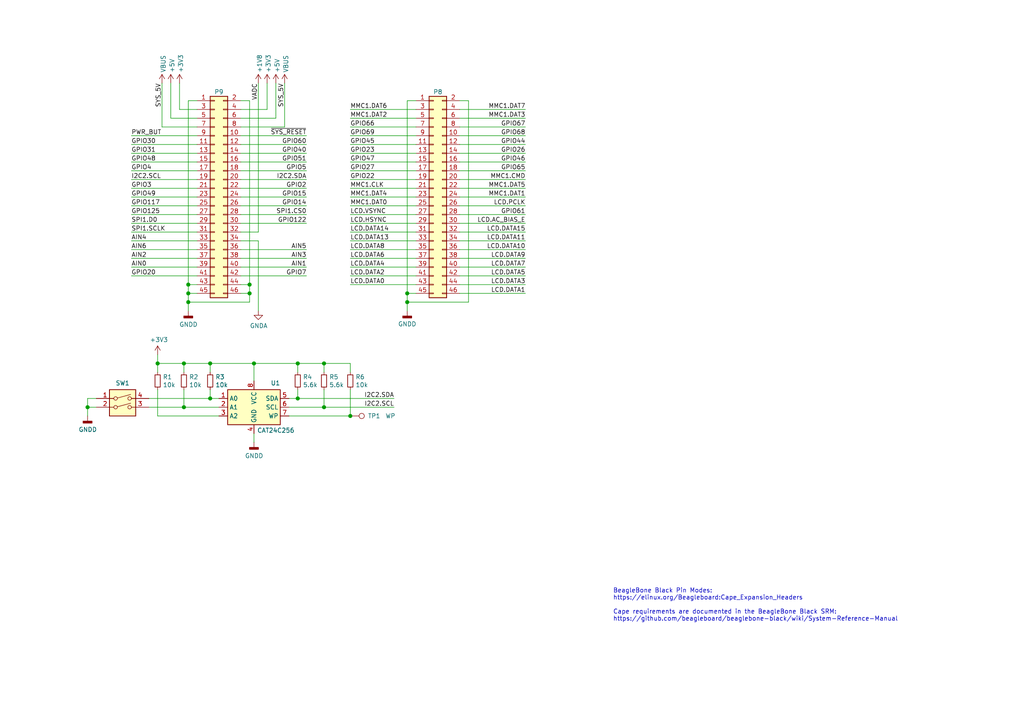
<source format=kicad_sch>
(kicad_sch (version 20221206) (generator eeschema)
  (paper "A4")
  (lib_symbols
    (symbol "Connector:TestPoint" (pin_numbers hide) (pin_names (offset 0.762) hide)
      (property "Reference" "TP" (at 0 6.858 0))
      (property "Value" "TestPoint" (at 0 5.08 0))
      (symbol "TestPoint_0_1"
        (circle (center 0 3.302) (radius 0.762))
      )
      (symbol "TestPoint_1_1"
        (pin passive line (at 0 0 90) (length 2.54) (name "1") (number "1"))
      )
    )
    (symbol "Connector_Generic:Conn_02x23_Odd_Even" (pin_names (offset 1.016) hide)
      (property "Reference" "J" (at 1.27 30.48 0))
      (property "Value" "Conn_02x23_Odd_Even" (at 1.27 -30.48 0))
      (symbol "Conn_02x23_Odd_Even_1_1"
        (rectangle (start -1.27 -27.813) (end 0 -28.067) (stroke (width 0.1524)))
        (rectangle (start -1.27 -25.273) (end 0 -25.527) (stroke (width 0.1524)))
        (rectangle (start -1.27 -22.733) (end 0 -22.987) (stroke (width 0.1524)))
        (rectangle (start -1.27 -20.193) (end 0 -20.447) (stroke (width 0.1524)))
        (rectangle (start -1.27 -17.653) (end 0 -17.907) (stroke (width 0.1524)))
        (rectangle (start -1.27 -15.113) (end 0 -15.367) (stroke (width 0.1524)))
        (rectangle (start -1.27 -12.573) (end 0 -12.827) (stroke (width 0.1524)))
        (rectangle (start -1.27 -10.033) (end 0 -10.287) (stroke (width 0.1524)))
        (rectangle (start -1.27 -7.493) (end 0 -7.747) (stroke (width 0.1524)))
        (rectangle (start -1.27 -4.953) (end 0 -5.207) (stroke (width 0.1524)))
        (rectangle (start -1.27 -2.413) (end 0 -2.667) (stroke (width 0.1524)))
        (rectangle (start -1.27 0.127) (end 0 -0.127) (stroke (width 0.1524)))
        (rectangle (start -1.27 2.667) (end 0 2.413) (stroke (width 0.1524)))
        (rectangle (start -1.27 5.207) (end 0 4.953) (stroke (width 0.1524)))
        (rectangle (start -1.27 7.747) (end 0 7.493) (stroke (width 0.1524)))
        (rectangle (start -1.27 10.287) (end 0 10.033) (stroke (width 0.1524)))
        (rectangle (start -1.27 12.827) (end 0 12.573) (stroke (width 0.1524)))
        (rectangle (start -1.27 15.367) (end 0 15.113) (stroke (width 0.1524)))
        (rectangle (start -1.27 17.907) (end 0 17.653) (stroke (width 0.1524)))
        (rectangle (start -1.27 20.447) (end 0 20.193) (stroke (width 0.1524)))
        (rectangle (start -1.27 22.987) (end 0 22.733) (stroke (width 0.1524)))
        (rectangle (start -1.27 25.527) (end 0 25.273) (stroke (width 0.1524)))
        (rectangle (start -1.27 28.067) (end 0 27.813) (stroke (width 0.1524)))
        (rectangle (start -1.27 29.21) (end 3.81 -29.21) (stroke (width 0.254)) (fill (type background)))
        (rectangle (start 3.81 -27.813) (end 2.54 -28.067) (stroke (width 0.1524)))
        (rectangle (start 3.81 -25.273) (end 2.54 -25.527) (stroke (width 0.1524)))
        (rectangle (start 3.81 -22.733) (end 2.54 -22.987) (stroke (width 0.1524)))
        (rectangle (start 3.81 -20.193) (end 2.54 -20.447) (stroke (width 0.1524)))
        (rectangle (start 3.81 -17.653) (end 2.54 -17.907) (stroke (width 0.1524)))
        (rectangle (start 3.81 -15.113) (end 2.54 -15.367) (stroke (width 0.1524)))
        (rectangle (start 3.81 -12.573) (end 2.54 -12.827) (stroke (width 0.1524)))
        (rectangle (start 3.81 -10.033) (end 2.54 -10.287) (stroke (width 0.1524)))
        (rectangle (start 3.81 -7.493) (end 2.54 -7.747) (stroke (width 0.1524)))
        (rectangle (start 3.81 -4.953) (end 2.54 -5.207) (stroke (width 0.1524)))
        (rectangle (start 3.81 -2.413) (end 2.54 -2.667) (stroke (width 0.1524)))
        (rectangle (start 3.81 0.127) (end 2.54 -0.127) (stroke (width 0.1524)))
        (rectangle (start 3.81 2.667) (end 2.54 2.413) (stroke (width 0.1524)))
        (rectangle (start 3.81 5.207) (end 2.54 4.953) (stroke (width 0.1524)))
        (rectangle (start 3.81 7.747) (end 2.54 7.493) (stroke (width 0.1524)))
        (rectangle (start 3.81 10.287) (end 2.54 10.033) (stroke (width 0.1524)))
        (rectangle (start 3.81 12.827) (end 2.54 12.573) (stroke (width 0.1524)))
        (rectangle (start 3.81 15.367) (end 2.54 15.113) (stroke (width 0.1524)))
        (rectangle (start 3.81 17.907) (end 2.54 17.653) (stroke (width 0.1524)))
        (rectangle (start 3.81 20.447) (end 2.54 20.193) (stroke (width 0.1524)))
        (rectangle (start 3.81 22.987) (end 2.54 22.733) (stroke (width 0.1524)))
        (rectangle (start 3.81 25.527) (end 2.54 25.273) (stroke (width 0.1524)))
        (rectangle (start 3.81 28.067) (end 2.54 27.813) (stroke (width 0.1524)))
        (pin passive line (at -5.08 27.94 0) (length 3.81) (name "Pin_1") (number "1"))
        (pin passive line (at 7.62 17.78 180) (length 3.81) (name "Pin_10") (number "10"))
        (pin passive line (at -5.08 15.24 0) (length 3.81) (name "Pin_11") (number "11"))
        (pin passive line (at 7.62 15.24 180) (length 3.81) (name "Pin_12") (number "12"))
        (pin passive line (at -5.08 12.7 0) (length 3.81) (name "Pin_13") (number "13"))
        (pin passive line (at 7.62 12.7 180) (length 3.81) (name "Pin_14") (number "14"))
        (pin passive line (at -5.08 10.16 0) (length 3.81) (name "Pin_15") (number "15"))
        (pin passive line (at 7.62 10.16 180) (length 3.81) (name "Pin_16") (number "16"))
        (pin passive line (at -5.08 7.62 0) (length 3.81) (name "Pin_17") (number "17"))
        (pin passive line (at 7.62 7.62 180) (length 3.81) (name "Pin_18") (number "18"))
        (pin passive line (at -5.08 5.08 0) (length 3.81) (name "Pin_19") (number "19"))
        (pin passive line (at 7.62 27.94 180) (length 3.81) (name "Pin_2") (number "2"))
        (pin passive line (at 7.62 5.08 180) (length 3.81) (name "Pin_20") (number "20"))
        (pin passive line (at -5.08 2.54 0) (length 3.81) (name "Pin_21") (number "21"))
        (pin passive line (at 7.62 2.54 180) (length 3.81) (name "Pin_22") (number "22"))
        (pin passive line (at -5.08 0 0) (length 3.81) (name "Pin_23") (number "23"))
        (pin passive line (at 7.62 0 180) (length 3.81) (name "Pin_24") (number "24"))
        (pin passive line (at -5.08 -2.54 0) (length 3.81) (name "Pin_25") (number "25"))
        (pin passive line (at 7.62 -2.54 180) (length 3.81) (name "Pin_26") (number "26"))
        (pin passive line (at -5.08 -5.08 0) (length 3.81) (name "Pin_27") (number "27"))
        (pin passive line (at 7.62 -5.08 180) (length 3.81) (name "Pin_28") (number "28"))
        (pin passive line (at -5.08 -7.62 0) (length 3.81) (name "Pin_29") (number "29"))
        (pin passive line (at -5.08 25.4 0) (length 3.81) (name "Pin_3") (number "3"))
        (pin passive line (at 7.62 -7.62 180) (length 3.81) (name "Pin_30") (number "30"))
        (pin passive line (at -5.08 -10.16 0) (length 3.81) (name "Pin_31") (number "31"))
        (pin passive line (at 7.62 -10.16 180) (length 3.81) (name "Pin_32") (number "32"))
        (pin passive line (at -5.08 -12.7 0) (length 3.81) (name "Pin_33") (number "33"))
        (pin passive line (at 7.62 -12.7 180) (length 3.81) (name "Pin_34") (number "34"))
        (pin passive line (at -5.08 -15.24 0) (length 3.81) (name "Pin_35") (number "35"))
        (pin passive line (at 7.62 -15.24 180) (length 3.81) (name "Pin_36") (number "36"))
        (pin passive line (at -5.08 -17.78 0) (length 3.81) (name "Pin_37") (number "37"))
        (pin passive line (at 7.62 -17.78 180) (length 3.81) (name "Pin_38") (number "38"))
        (pin passive line (at -5.08 -20.32 0) (length 3.81) (name "Pin_39") (number "39"))
        (pin passive line (at 7.62 25.4 180) (length 3.81) (name "Pin_4") (number "4"))
        (pin passive line (at 7.62 -20.32 180) (length 3.81) (name "Pin_40") (number "40"))
        (pin passive line (at -5.08 -22.86 0) (length 3.81) (name "Pin_41") (number "41"))
        (pin passive line (at 7.62 -22.86 180) (length 3.81) (name "Pin_42") (number "42"))
        (pin passive line (at -5.08 -25.4 0) (length 3.81) (name "Pin_43") (number "43"))
        (pin passive line (at 7.62 -25.4 180) (length 3.81) (name "Pin_44") (number "44"))
        (pin passive line (at -5.08 -27.94 0) (length 3.81) (name "Pin_45") (number "45"))
        (pin passive line (at 7.62 -27.94 180) (length 3.81) (name "Pin_46") (number "46"))
        (pin passive line (at -5.08 22.86 0) (length 3.81) (name "Pin_5") (number "5"))
        (pin passive line (at 7.62 22.86 180) (length 3.81) (name "Pin_6") (number "6"))
        (pin passive line (at -5.08 20.32 0) (length 3.81) (name "Pin_7") (number "7"))
        (pin passive line (at 7.62 20.32 180) (length 3.81) (name "Pin_8") (number "8"))
        (pin passive line (at -5.08 17.78 0) (length 3.81) (name "Pin_9") (number "9"))
      )
    )
    (symbol "Device:R_Small" (pin_numbers hide) (pin_names (offset 0.254) hide)
      (property "Reference" "R" (at 0.762 0.508 0))
      (property "Value" "R_Small" (at 0.762 -1.016 0))
      (symbol "R_Small_0_1"
        (rectangle (start -0.762 1.778) (end 0.762 -1.778) (stroke (width 0.2032)))
      )
      (symbol "R_Small_1_1"
        (pin passive line (at 0 2.54 270) (length 0.762) (name "~") (number "1"))
        (pin passive line (at 0 -2.54 90) (length 0.762) (name "~") (number "2"))
      )
    )
    (symbol "Memory_EEPROM:CAT24C256"
      (property "Reference" "U" (at -6.35 6.35 0))
      (property "Value" "CAT24C256" (at 1.27 6.35 0))
      (symbol "CAT24C256_1_1"
        (rectangle (start -7.62 5.08) (end 7.62 -5.08) (stroke (width 0.254)) (fill (type background)))
        (pin input line (at -10.16 2.54 0) (length 2.54) (name "A0") (number "1"))
        (pin input line (at -10.16 0 0) (length 2.54) (name "A1") (number "2"))
        (pin input line (at -10.16 -2.54 0) (length 2.54) (name "A2") (number "3"))
        (pin power_in line (at 0 -7.62 90) (length 2.54) (name "GND") (number "4"))
        (pin bidirectional line (at 10.16 2.54 180) (length 2.54) (name "SDA") (number "5"))
        (pin input line (at 10.16 0 180) (length 2.54) (name "SCL") (number "6"))
        (pin input line (at 10.16 -2.54 180) (length 2.54) (name "WP") (number "7"))
        (pin power_in line (at 0 7.62 270) (length 2.54) (name "VCC") (number "8"))
      )
    )
    (symbol "Switch:SW_DIP_x02" (pin_names (offset 0) hide)
      (property "Reference" "SW" (at 0 6.35 0))
      (property "Value" "SW_DIP_x02" (at 0 -3.81 0))
      (symbol "SW_DIP_x02_0_0"
        (circle (center -2.032 0) (radius 0.508))
        (circle (center -2.032 2.54) (radius 0.508))
        (polyline (pts (xy -1.524 0.127) (xy 2.3622 1.1684)))
        (polyline (pts (xy -1.524 2.667) (xy 2.3622 3.7084)))
        (circle (center 2.032 0) (radius 0.508))
        (circle (center 2.032 2.54) (radius 0.508))
      )
      (symbol "SW_DIP_x02_0_1"
        (rectangle (start -3.81 5.08) (end 3.81 -2.54) (stroke (width 0.254)) (fill (type background)))
      )
      (symbol "SW_DIP_x02_1_1"
        (pin passive line (at -7.62 2.54 0) (length 5.08) (name "~") (number "1"))
        (pin passive line (at -7.62 0 0) (length 5.08) (name "~") (number "2"))
        (pin passive line (at 7.62 0 180) (length 5.08) (name "~") (number "3"))
        (pin passive line (at 7.62 2.54 180) (length 5.08) (name "~") (number "4"))
      )
    )
    (symbol "power:+1V8" (power) (pin_names (offset 0))
      (property "Value" "+1V8" (at 0 3.556 0))
      (symbol "+1V8_0_1"
        (polyline (pts (xy -0.762 1.27) (xy 0 2.54)))
        (polyline (pts (xy 0 0) (xy 0 2.54)))
        (polyline (pts (xy 0 2.54) (xy 0.762 1.27)))
      )
      (symbol "+1V8_1_1"
        (pin power_in line (at 0 0 90) (length 0) hide (name "+1V8") (number "1"))
      )
    )
    (symbol "power:+3.3V" (power) (pin_names (offset 0))
      (property "Value" "+3.3V" (at 0 3.556 0))
      (symbol "+3.3V_0_1"
        (polyline (pts (xy -0.762 1.27) (xy 0 2.54)))
        (polyline (pts (xy 0 0) (xy 0 2.54)))
        (polyline (pts (xy 0 2.54) (xy 0.762 1.27)))
      )
      (symbol "+3.3V_1_1"
        (pin power_in line (at 0 0 90) (length 0) hide (name "+3V3") (number "1"))
      )
    )
    (symbol "power:+5V" (power) (pin_names (offset 0))
      (property "Value" "+5V" (at 0 3.556 0))
      (symbol "+5V_0_1"
        (polyline (pts (xy -0.762 1.27) (xy 0 2.54)))
        (polyline (pts (xy 0 0) (xy 0 2.54)))
        (polyline (pts (xy 0 2.54) (xy 0.762 1.27)))
      )
      (symbol "+5V_1_1"
        (pin power_in line (at 0 0 90) (length 0) hide (name "+5V") (number "1"))
      )
    )
    (symbol "power:GNDA" (power) (pin_names (offset 0))
      (property "Value" "GNDA" (at 0 -3.81 0))
      (symbol "GNDA_0_1"
        (polyline (pts (xy 0 0) (xy 0 -1.27) (xy 1.27 -1.27) (xy 0 -2.54) (xy -1.27 -1.27) (xy 0 -1.27)))
      )
      (symbol "GNDA_1_1"
        (pin power_in line (at 0 0 270) (length 0) hide (name "GNDA") (number "1"))
      )
    )
    (symbol "power:GNDD" (power) (pin_names (offset 0))
      (property "Value" "GNDD" (at 0 -3.175 0))
      (symbol "GNDD_0_1"
        (rectangle (start -1.27 -1.524) (end 1.27 -2.032) (stroke (width 0.254)) (fill (type outline)))
        (polyline (pts (xy 0 0) (xy 0 -1.524)))
      )
      (symbol "GNDD_1_1"
        (pin power_in line (at 0 0 270) (length 0) hide (name "GNDD") (number "1"))
      )
    )
    (symbol "power:VBUS" (power) (pin_names (offset 0))
      (property "Value" "VBUS" (at 0 3.81 0))
      (symbol "VBUS_0_1"
        (polyline (pts (xy -0.762 1.27) (xy 0 2.54)))
        (polyline (pts (xy 0 0) (xy 0 2.54)))
        (polyline (pts (xy 0 2.54) (xy 0.762 1.27)))
      )
      (symbol "VBUS_1_1"
        (pin power_in line (at 0 0 90) (length 0) hide (name "VBUS") (number "1"))
      )
    )
  )
  (junction (at 60.96 115.57) (diameter 1.016))
  (junction (at 73.66 105.41) (diameter 1.016))
  (junction (at 86.36 115.57) (diameter 1.016))
  (junction (at 54.61 85.09) (diameter 1.016))
  (junction (at 86.36 105.41) (diameter 1.016))
  (junction (at 93.98 105.41) (diameter 1.016))
  (junction (at 118.11 87.63) (diameter 1.016))
  (junction (at 54.61 82.55) (diameter 1.016))
  (junction (at 53.34 105.41) (diameter 1.016))
  (junction (at 101.6 120.65) (diameter 1.016))
  (junction (at 72.39 85.09) (diameter 1.016))
  (junction (at 93.98 118.11) (diameter 1.016))
  (junction (at 118.11 85.09) (diameter 1.016))
  (junction (at 54.61 87.63) (diameter 1.016))
  (junction (at 45.72 105.41) (diameter 1.016))
  (junction (at 53.34 118.11) (diameter 1.016))
  (junction (at 60.96 105.41) (diameter 1.016))
  (junction (at 25.4 118.11) (diameter 1.016))
  (junction (at 72.39 82.55) (diameter 1.016))
  (wire (pts (xy 38.1 64.77) (xy 57.15 64.77)))
  (wire (pts (xy 133.35 59.69) (xy 152.4 59.69)))
  (wire (pts (xy 86.36 113.03) (xy 86.36 115.57)))
  (wire (pts (xy 86.36 115.57) (xy 83.82 115.57)))
  (wire (pts (xy 60.96 105.41) (xy 60.96 107.95)))
  (wire (pts (xy 69.85 64.77) (xy 88.9 64.77)))
  (wire (pts (xy 57.15 34.29) (xy 49.53 34.29)))
  (wire (pts (xy 74.93 69.85) (xy 74.93 90.17)))
  (wire (pts (xy 133.35 54.61) (xy 152.4 54.61)))
  (wire (pts (xy 133.35 64.77) (xy 152.4 64.77)))
  (wire (pts (xy 57.15 36.83) (xy 46.99 36.83)))
  (wire (pts (xy 54.61 82.55) (xy 57.15 82.55)))
  (wire (pts (xy 54.61 85.09) (xy 54.61 82.55)))
  (wire (pts (xy 69.85 80.01) (xy 88.9 80.01)))
  (wire (pts (xy 133.35 72.39) (xy 152.4 72.39)))
  (wire (pts (xy 69.85 74.93) (xy 88.9 74.93)))
  (wire (pts (xy 101.6 46.99) (xy 120.65 46.99)))
  (wire (pts (xy 133.35 74.93) (xy 152.4 74.93)))
  (wire (pts (xy 69.85 59.69) (xy 88.9 59.69)))
  (wire (pts (xy 38.1 67.31) (xy 57.15 67.31)))
  (wire (pts (xy 69.85 77.47) (xy 88.9 77.47)))
  (wire (pts (xy 101.6 67.31) (xy 120.65 67.31)))
  (wire (pts (xy 101.6 39.37) (xy 120.65 39.37)))
  (wire (pts (xy 101.6 105.41) (xy 93.98 105.41)))
  (wire (pts (xy 69.85 69.85) (xy 74.93 69.85)))
  (wire (pts (xy 54.61 87.63) (xy 72.39 87.63)))
  (wire (pts (xy 38.1 46.99) (xy 57.15 46.99)))
  (wire (pts (xy 133.35 49.53) (xy 152.4 49.53)))
  (wire (pts (xy 57.15 31.75) (xy 52.07 31.75)))
  (wire (pts (xy 25.4 115.57) (xy 27.94 115.57)))
  (wire (pts (xy 25.4 118.11) (xy 25.4 115.57)))
  (wire (pts (xy 25.4 120.65) (xy 25.4 118.11)))
  (wire (pts (xy 38.1 44.45) (xy 57.15 44.45)))
  (wire (pts (xy 38.1 57.15) (xy 57.15 57.15)))
  (wire (pts (xy 118.11 87.63) (xy 135.89 87.63)))
  (wire (pts (xy 135.89 29.21) (xy 135.89 87.63)))
  (wire (pts (xy 69.85 36.83) (xy 82.55 36.83)))
  (wire (pts (xy 118.11 29.21) (xy 118.11 85.09)))
  (wire (pts (xy 45.72 105.41) (xy 53.34 105.41)))
  (wire (pts (xy 38.1 77.47) (xy 57.15 77.47)))
  (wire (pts (xy 49.53 34.29) (xy 49.53 24.13)))
  (wire (pts (xy 101.6 44.45) (xy 120.65 44.45)))
  (wire (pts (xy 118.11 29.21) (xy 120.65 29.21)))
  (wire (pts (xy 101.6 77.47) (xy 120.65 77.47)))
  (wire (pts (xy 73.66 105.41) (xy 86.36 105.41)))
  (wire (pts (xy 86.36 105.41) (xy 86.36 107.95)))
  (wire (pts (xy 86.36 105.41) (xy 93.98 105.41)))
  (wire (pts (xy 93.98 105.41) (xy 93.98 107.95)))
  (wire (pts (xy 93.98 113.03) (xy 93.98 118.11)))
  (wire (pts (xy 93.98 118.11) (xy 83.82 118.11)))
  (wire (pts (xy 133.35 62.23) (xy 152.4 62.23)))
  (wire (pts (xy 69.85 31.75) (xy 77.47 31.75)))
  (wire (pts (xy 80.01 34.29) (xy 80.01 24.13)))
  (wire (pts (xy 77.47 31.75) (xy 77.47 24.13)))
  (wire (pts (xy 53.34 105.41) (xy 53.34 107.95)))
  (wire (pts (xy 73.66 125.73) (xy 73.66 128.27)))
  (wire (pts (xy 118.11 85.09) (xy 118.11 87.63)))
  (wire (pts (xy 118.11 87.63) (xy 118.11 90.17)))
  (wire (pts (xy 120.65 85.09) (xy 118.11 85.09)))
  (wire (pts (xy 52.07 31.75) (xy 52.07 24.13)))
  (wire (pts (xy 101.6 31.75) (xy 120.65 31.75)))
  (wire (pts (xy 69.85 52.07) (xy 88.9 52.07)))
  (wire (pts (xy 101.6 80.01) (xy 120.65 80.01)))
  (wire (pts (xy 101.6 49.53) (xy 120.65 49.53)))
  (wire (pts (xy 38.1 72.39) (xy 57.15 72.39)))
  (wire (pts (xy 133.35 57.15) (xy 152.4 57.15)))
  (wire (pts (xy 46.99 36.83) (xy 46.99 24.13)))
  (wire (pts (xy 38.1 62.23) (xy 57.15 62.23)))
  (wire (pts (xy 133.35 39.37) (xy 152.4 39.37)))
  (wire (pts (xy 69.85 82.55) (xy 72.39 82.55)))
  (wire (pts (xy 72.39 82.55) (xy 72.39 85.09)))
  (wire (pts (xy 72.39 85.09) (xy 72.39 87.63)))
  (wire (pts (xy 133.35 34.29) (xy 152.4 34.29)))
  (wire (pts (xy 69.85 62.23) (xy 88.9 62.23)))
  (wire (pts (xy 69.85 44.45) (xy 88.9 44.45)))
  (wire (pts (xy 101.6 57.15) (xy 120.65 57.15)))
  (wire (pts (xy 69.85 29.21) (xy 72.39 29.21)))
  (wire (pts (xy 43.18 115.57) (xy 60.96 115.57)))
  (wire (pts (xy 38.1 54.61) (xy 57.15 54.61)))
  (wire (pts (xy 69.85 49.53) (xy 88.9 49.53)))
  (wire (pts (xy 74.93 24.13) (xy 74.93 67.31)))
  (wire (pts (xy 101.6 82.55) (xy 120.65 82.55)))
  (wire (pts (xy 133.35 29.21) (xy 135.89 29.21)))
  (wire (pts (xy 133.35 82.55) (xy 152.4 82.55)))
  (wire (pts (xy 72.39 29.21) (xy 72.39 82.55)))
  (wire (pts (xy 69.85 57.15) (xy 88.9 57.15)))
  (wire (pts (xy 101.6 72.39) (xy 120.65 72.39)))
  (wire (pts (xy 38.1 80.01) (xy 57.15 80.01)))
  (wire (pts (xy 69.85 54.61) (xy 88.9 54.61)))
  (wire (pts (xy 38.1 49.53) (xy 57.15 49.53)))
  (wire (pts (xy 101.6 36.83) (xy 120.65 36.83)))
  (wire (pts (xy 45.72 102.87) (xy 45.72 105.41)))
  (wire (pts (xy 45.72 105.41) (xy 45.72 107.95)))
  (wire (pts (xy 101.6 59.69) (xy 120.65 59.69)))
  (wire (pts (xy 101.6 52.07) (xy 120.65 52.07)))
  (wire (pts (xy 133.35 46.99) (xy 152.4 46.99)))
  (wire (pts (xy 60.96 105.41) (xy 73.66 105.41)))
  (wire (pts (xy 73.66 105.41) (xy 73.66 110.49)))
  (wire (pts (xy 101.6 69.85) (xy 120.65 69.85)))
  (wire (pts (xy 82.55 24.13) (xy 82.55 36.83)))
  (wire (pts (xy 54.61 29.21) (xy 54.61 82.55)))
  (wire (pts (xy 57.15 29.21) (xy 54.61 29.21)))
  (wire (pts (xy 38.1 41.91) (xy 57.15 41.91)))
  (wire (pts (xy 86.36 115.57) (xy 114.3 115.57)))
  (wire (pts (xy 133.35 80.01) (xy 152.4 80.01)))
  (wire (pts (xy 133.35 44.45) (xy 152.4 44.45)))
  (wire (pts (xy 133.35 69.85) (xy 152.4 69.85)))
  (wire (pts (xy 101.6 62.23) (xy 120.65 62.23)))
  (wire (pts (xy 38.1 59.69) (xy 57.15 59.69)))
  (wire (pts (xy 133.35 41.91) (xy 152.4 41.91)))
  (wire (pts (xy 101.6 54.61) (xy 120.65 54.61)))
  (wire (pts (xy 101.6 41.91) (xy 120.65 41.91)))
  (wire (pts (xy 54.61 85.09) (xy 57.15 85.09)))
  (wire (pts (xy 54.61 87.63) (xy 54.61 85.09)))
  (wire (pts (xy 54.61 90.17) (xy 54.61 87.63)))
  (wire (pts (xy 133.35 52.07) (xy 152.4 52.07)))
  (wire (pts (xy 43.18 118.11) (xy 53.34 118.11)))
  (wire (pts (xy 133.35 85.09) (xy 152.4 85.09)))
  (wire (pts (xy 38.1 69.85) (xy 57.15 69.85)))
  (wire (pts (xy 133.35 77.47) (xy 152.4 77.47)))
  (wire (pts (xy 60.96 113.03) (xy 60.96 115.57)))
  (wire (pts (xy 63.5 115.57) (xy 60.96 115.57)))
  (wire (pts (xy 93.98 118.11) (xy 114.3 118.11)))
  (wire (pts (xy 101.6 64.77) (xy 120.65 64.77)))
  (wire (pts (xy 53.34 105.41) (xy 60.96 105.41)))
  (wire (pts (xy 25.4 118.11) (xy 27.94 118.11)))
  (wire (pts (xy 53.34 113.03) (xy 53.34 118.11)))
  (wire (pts (xy 63.5 118.11) (xy 53.34 118.11)))
  (wire (pts (xy 69.85 41.91) (xy 88.9 41.91)))
  (wire (pts (xy 101.6 105.41) (xy 101.6 107.95)))
  (wire (pts (xy 101.6 113.03) (xy 101.6 120.65)))
  (wire (pts (xy 101.6 120.65) (xy 83.82 120.65)))
  (wire (pts (xy 133.35 31.75) (xy 152.4 31.75)))
  (wire (pts (xy 133.35 67.31) (xy 152.4 67.31)))
  (wire (pts (xy 69.85 34.29) (xy 80.01 34.29)))
  (wire (pts (xy 38.1 39.37) (xy 57.15 39.37)))
  (wire (pts (xy 69.85 72.39) (xy 88.9 72.39)))
  (wire (pts (xy 69.85 46.99) (xy 88.9 46.99)))
  (wire (pts (xy 101.6 74.93) (xy 120.65 74.93)))
  (wire (pts (xy 133.35 36.83) (xy 152.4 36.83)))
  (wire (pts (xy 69.85 39.37) (xy 88.9 39.37)))
  (wire (pts (xy 38.1 52.07) (xy 57.15 52.07)))
  (wire (pts (xy 69.85 67.31) (xy 74.93 67.31)))
  (wire (pts (xy 38.1 74.93) (xy 57.15 74.93)))
  (wire (pts (xy 101.6 34.29) (xy 120.65 34.29)))
  (wire (pts (xy 45.72 113.03) (xy 45.72 120.65)))
  (wire (pts (xy 63.5 120.65) (xy 45.72 120.65)))
  (wire (pts (xy 69.85 85.09) (xy 72.39 85.09)))
  (text "BeagleBone Black Pin Modes:\nhttps://elinux.org/Beagleboard:Cape_Expansion_Headers\n\nCape requirements are documented in the BeagleBone Black SRM:\nhttps://github.com/beagleboard/beaglebone-black/wiki/System-Reference-Manual" (at 177.8 180.34 0) (effects (font (size 1.27 1.27)) (justify left bottom)))
  (label "GPIO45" (at 101.6 41.91 0))
  (label "LCD.DATA14" (at 101.6 67.31 0))
  (label "AIN4" (at 38.1 69.85 0))
  (label "GPIO125" (at 38.1 62.23 0))
  (label "GPIO5" (at 88.9 49.53 180))
  (label "VADC" (at 74.93 24.13 270))
  (label "SPI1.CS0" (at 88.9 62.23 180))
  (label "GPIO67" (at 152.4 36.83 180))
  (label "LCD.DATA13" (at 101.6 69.85 0))
  (label "I2C2.SDA" (at 88.9 52.07 180))
  (label "MMC1.DAT5" (at 152.4 54.61 180))
  (label "LCD.DATA1" (at 152.4 85.09 180))
  (label "LCD.HSYNC" (at 101.6 64.77 0))
  (label "MMC1.CMD" (at 152.4 52.07 180))
  (label "SPI1.SCLK" (at 38.1 67.31 0))
  (label "GPIO117" (at 38.1 59.69 0))
  (label "PWR_BUT" (at 38.1 39.37 0))
  (label "GPIO27" (at 101.6 49.53 0))
  (label "~{SYS_RESET}" (at 88.9 39.37 180))
  (label "GPIO30" (at 38.1 41.91 0))
  (label "GPIO4" (at 38.1 49.53 0))
  (label "LCD.DATA2" (at 101.6 80.01 0))
  (label "GPIO7" (at 88.9 80.01 180))
  (label "AIN6" (at 38.1 72.39 0))
  (label "GPIO15" (at 88.9 57.15 180))
  (label "SPI1.D0" (at 38.1 64.77 0))
  (label "SYS_5V" (at 82.55 24.13 270))
  (label "GPIO46" (at 152.4 46.99 180))
  (label "AIN5" (at 88.9 72.39 180))
  (label "GPIO23" (at 101.6 44.45 0))
  (label "GPIO51" (at 88.9 46.99 180))
  (label "MMC1.DAT3" (at 152.4 34.29 180))
  (label "GPIO2" (at 88.9 54.61 180))
  (label "GPIO31" (at 38.1 44.45 0))
  (label "GPIO20" (at 38.1 80.01 0))
  (label "MMC1.CLK" (at 101.6 54.61 0))
  (label "MMC1.DAT1" (at 152.4 57.15 180))
  (label "GPIO47" (at 101.6 46.99 0))
  (label "LCD.DATA11" (at 152.4 69.85 180))
  (label "GPIO40" (at 88.9 44.45 180))
  (label "I2C2.SCL" (at 38.1 52.07 0))
  (label "LCD.DATA0" (at 101.6 82.55 0))
  (label "LCD.PCLK" (at 152.4 59.69 180))
  (label "GPIO44" (at 152.4 41.91 180))
  (label "GPIO49" (at 38.1 57.15 0))
  (label "AIN2" (at 38.1 74.93 0))
  (label "GPIO61" (at 152.4 62.23 180))
  (label "GPIO122" (at 88.9 64.77 180))
  (label "AIN0" (at 38.1 77.47 0))
  (label "LCD.DATA9" (at 152.4 74.93 180))
  (label "LCD.DATA15" (at 152.4 67.31 180))
  (label "GPIO66" (at 101.6 36.83 0))
  (label "GPIO14" (at 88.9 59.69 180))
  (label "GPIO3" (at 38.1 54.61 0))
  (label "MMC1.DAT7" (at 152.4 31.75 180))
  (label "I2C2.SCL" (at 114.3 118.11 180))
  (label "MMC1.DAT2" (at 101.6 34.29 0))
  (label "GPIO69" (at 101.6 39.37 0))
  (label "LCD.DATA4" (at 101.6 77.47 0))
  (label "GPIO60" (at 88.9 41.91 180))
  (label "LCD.DATA3" (at 152.4 82.55 180))
  (label "MMC1.DAT4" (at 101.6 57.15 0))
  (label "GPIO22" (at 101.6 52.07 0))
  (label "GPIO68" (at 152.4 39.37 180))
  (label "AIN3" (at 88.9 74.93 180))
  (label "LCD.AC_BIAS_E" (at 152.4 64.77 180))
  (label "LCD.DATA7" (at 152.4 77.47 180))
  (label "LCD.DATA10" (at 152.4 72.39 180))
  (label "MMC1.DAT0" (at 101.6 59.69 0))
  (label "GPIO26" (at 152.4 44.45 180))
  (label "GPIO48" (at 38.1 46.99 0))
  (label "LCD.DATA5" (at 152.4 80.01 180))
  (label "AIN1" (at 88.9 77.47 180))
  (label "LCD.DATA8" (at 101.6 72.39 0))
  (label "SYS_5V" (at 46.99 24.13 270))
  (label "MMC1.DAT6" (at 101.6 31.75 0))
  (label "LCD.DATA6" (at 101.6 74.93 0))
  (label "I2C2.SDA" (at 114.3 115.57 180))
  (label "LCD.VSYNC" (at 101.6 62.23 0))
  (label "GPIO65" (at 152.4 49.53 180))
  (symbol (lib_id "power:GNDD") (at 118.11 90.17 0) (unit 1)
    (property "Reference" "#PWR04" (effects hide))
    (property "Value" "GNDD" (at 118.11 93.98 0))
  )
  (symbol (lib_id "power:+3.3V") (at 77.47 24.13 0) (unit 1)
    (property "Reference" "#PWR06" (effects hide))
    (property "Value" "+3V3" (at 77.8256 21.082 90) (effects (justify left)))
  )
  (symbol (lib_id "power:+5V") (at 80.01 24.13 0) (unit 1)
    (property "Reference" "#PWR07" (effects hide))
    (property "Value" "+5V" (at 80.391 21.082 90) (effects (justify left)))
  )
  (symbol (lib_id "power:+3.3V") (at 52.07 24.13 0) (unit 1)
    (property "Reference" "#PWR08" (effects hide))
    (property "Value" "+3V3" (at 52.4256 21.082 90) (effects (justify left)))
  )
  (symbol (lib_id "power:+5V") (at 49.53 24.13 0) (unit 1)
    (property "Reference" "#PWR09" (effects hide))
    (property "Value" "+5V" (at 49.911 21.082 90) (effects (justify left)))
  )
  (symbol (lib_id "Connector_Generic:Conn_02x23_Odd_Even") (at 62.23 57.15 0) (unit 1)
    (property "Reference" "P9" (at 63.5 26.67 0))
    (property "Value" "BeagleBone_Black_Header" (effects hide))
    (property "Footprint" "Connector_PinHeader_2.54mm:PinHeader_2x23_P2.54mm_Vertical" (effects hide))
  )
  (symbol (lib_id "Connector_Generic:Conn_02x23_Odd_Even") (at 125.73 57.15 0) (unit 1)
    (property "Reference" "P8" (at 127 26.67 0))
    (property "Value" "BeagleBone_Black_Header" (effects hide))
    (property "Footprint" "Connector_PinHeader_2.54mm:PinHeader_2x23_P2.54mm_Vertical" (effects hide))
  )
  (symbol (lib_id "power:GNDA") (at 74.93 90.17 0) (unit 1)
    (property "Reference" "#PWR0107" (effects hide))
    (property "Value" "GNDA" (at 75.0443 94.4944 0))
  )
  (symbol (lib_id "Device:R_Small") (at 101.6 110.49 0) (unit 1)
    (property "Reference" "R6" (at 103.0987 109.3406 0) (effects (justify left)))
    (property "Value" "10k" (at 103.0987 111.6393 0) (effects (justify left)))
  )
  (symbol (lib_id "Device:R_Small") (at 93.98 110.49 0) (unit 1)
    (property "Reference" "R5" (at 95.4787 109.3406 0) (effects (justify left)))
    (property "Value" "5.6k" (at 95.4786 111.633 0) (effects (justify left)))
  )
  (symbol (lib_id "Connector:TestPoint") (at 101.6 120.65 270) (unit 1)
    (property "Reference" "TP1" (at 106.68 120.65 90) (effects (justify left)))
    (property "Value" "WP" (at 111.76 120.65 90) (effects (justify left)))
  )
  (symbol (lib_id "Device:R_Small") (at 45.72 110.49 0) (unit 1)
    (property "Reference" "R1" (at 47.2187 109.3406 0) (effects (justify left)))
    (property "Value" "10k" (at 47.2187 111.6393 0) (effects (justify left)))
  )
  (symbol (lib_id "power:+1V8") (at 74.93 24.13 0) (unit 1)
    (property "Reference" "#PWR0104" (effects hide))
    (property "Value" "+1V8" (at 75.2856 21.082 90) (effects (justify left)))
  )
  (symbol (lib_id "power:GNDD") (at 73.66 128.27 0) (unit 1)
    (property "Reference" "#PWR0108" (effects hide))
    (property "Value" "GNDD" (at 73.7108 132.2134 0))
  )
  (symbol (lib_id "Device:R_Small") (at 60.96 110.49 0) (unit 1)
    (property "Reference" "R3" (at 62.4587 109.3406 0) (effects (justify left)))
    (property "Value" "10k" (at 62.4587 111.6393 0) (effects (justify left)))
  )
  (symbol (lib_id "power:GNDD") (at 25.4 120.65 0) (unit 1)
    (property "Reference" "#PWR0101" (effects hide))
    (property "Value" "GNDD" (at 25.4508 124.5934 0))
  )
  (symbol (lib_id "power:VBUS") (at 82.55 24.13 0) (unit 1)
    (property "Reference" "#PWR0105" (effects hide))
    (property "Value" "VBUS" (at 82.931 21.082 90) (effects (justify left)))
  )
  (symbol (lib_id "Switch:SW_DIP_x02") (at 35.56 118.11 0) (unit 1)
    (property "Reference" "SW1" (at 35.56 111.1186 0))
    (property "Value" "SW_DIP_x02" (effects hide))
  )
  (symbol (lib_id "power:VBUS") (at 46.99 24.13 0) (unit 1)
    (property "Reference" "#PWR0103" (effects hide))
    (property "Value" "VBUS" (at 47.371 21.082 90) (effects (justify left)))
  )
  (symbol (lib_id "Device:R_Small") (at 86.36 110.49 0) (unit 1)
    (property "Reference" "R4" (at 87.8587 109.3406 0) (effects (justify left)))
    (property "Value" "5.6k" (at 87.8586 111.633 0) (effects (justify left)))
  )
  (symbol (lib_id "power:GNDD") (at 54.61 90.17 0) (unit 1)
    (property "Reference" "#PWR0106" (effects hide))
    (property "Value" "GNDD" (at 54.6608 94.1134 0))
  )
  (symbol (lib_id "power:+3.3V") (at 45.72 102.87 0) (unit 1)
    (property "Reference" "#PWR0102" (effects hide))
    (property "Value" "+3V3" (at 46.0883 98.5456 0))
  )
  (symbol (lib_id "Device:R_Small") (at 53.34 110.49 0) (unit 1)
    (property "Reference" "R2" (at 54.8387 109.3406 0) (effects (justify left)))
    (property "Value" "10k" (at 54.8387 111.6393 0) (effects (justify left)))
  )
  (symbol (lib_id "Memory_EEPROM:CAT24C256") (at 73.66 118.11 0) (unit 1)
    (property "Reference" "U1" (at 81.28 111.0996 0) (effects (justify right)))
    (property "Value" "CAT24C256" (at 80.01 124.8345 0))
    (property "Datasheet" "https://www.onsemi.cn/PowerSolutions/document/CAT24C256-D.PDF" (effects hide))
  )
)
</source>
